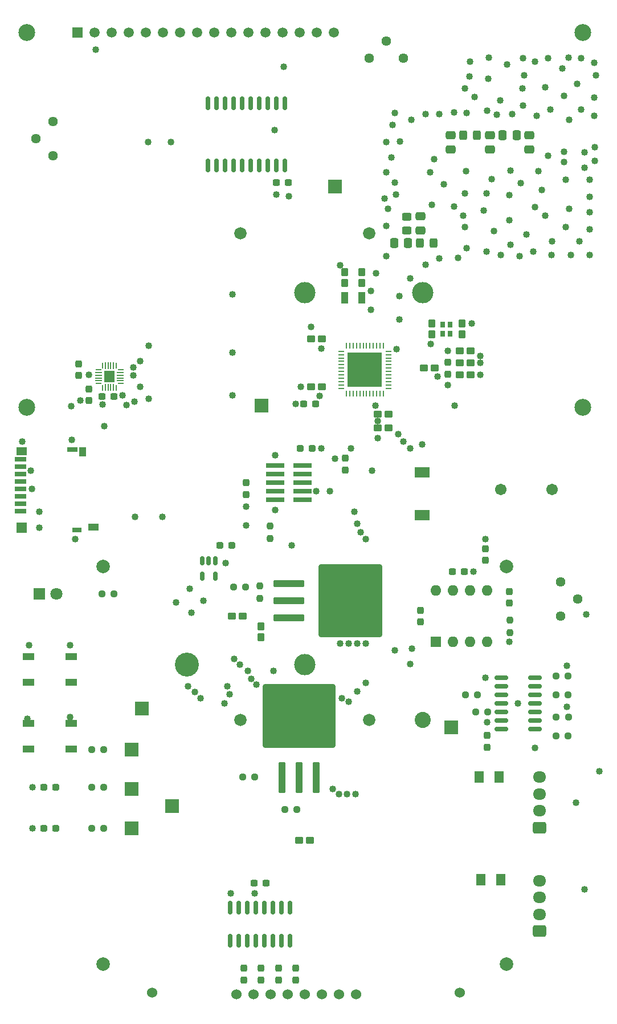
<source format=gbr>
%TF.GenerationSoftware,KiCad,Pcbnew,8.0.1*%
%TF.CreationDate,2024-04-14T16:22:20-07:00*%
%TF.ProjectId,ee110_alpha_board,65653131-305f-4616-9c70-68615f626f61,0.1*%
%TF.SameCoordinates,Original*%
%TF.FileFunction,Soldermask,Top*%
%TF.FilePolarity,Negative*%
%FSLAX46Y46*%
G04 Gerber Fmt 4.6, Leading zero omitted, Abs format (unit mm)*
G04 Created by KiCad (PCBNEW 8.0.1) date 2024-04-14 16:22:20*
%MOMM*%
%LPD*%
G01*
G04 APERTURE LIST*
G04 Aperture macros list*
%AMRoundRect*
0 Rectangle with rounded corners*
0 $1 Rounding radius*
0 $2 $3 $4 $5 $6 $7 $8 $9 X,Y pos of 4 corners*
0 Add a 4 corners polygon primitive as box body*
4,1,4,$2,$3,$4,$5,$6,$7,$8,$9,$2,$3,0*
0 Add four circle primitives for the rounded corners*
1,1,$1+$1,$2,$3*
1,1,$1+$1,$4,$5*
1,1,$1+$1,$6,$7*
1,1,$1+$1,$8,$9*
0 Add four rect primitives between the rounded corners*
20,1,$1+$1,$2,$3,$4,$5,0*
20,1,$1+$1,$4,$5,$6,$7,0*
20,1,$1+$1,$6,$7,$8,$9,0*
20,1,$1+$1,$8,$9,$2,$3,0*%
G04 Aperture macros list end*
%ADD10RoundRect,0.150000X0.825000X0.150000X-0.825000X0.150000X-0.825000X-0.150000X0.825000X-0.150000X0*%
%ADD11RoundRect,0.250000X-0.475000X0.337500X-0.475000X-0.337500X0.475000X-0.337500X0.475000X0.337500X0*%
%ADD12RoundRect,0.237500X-0.250000X-0.237500X0.250000X-0.237500X0.250000X0.237500X-0.250000X0.237500X0*%
%ADD13RoundRect,0.250001X0.462499X0.624999X-0.462499X0.624999X-0.462499X-0.624999X0.462499X-0.624999X0*%
%ADD14RoundRect,0.250000X0.375000X0.275000X-0.375000X0.275000X-0.375000X-0.275000X0.375000X-0.275000X0*%
%ADD15RoundRect,0.237500X-0.237500X0.300000X-0.237500X-0.300000X0.237500X-0.300000X0.237500X0.300000X0*%
%ADD16RoundRect,0.250000X-0.275000X0.375000X-0.275000X-0.375000X0.275000X-0.375000X0.275000X0.375000X0*%
%ADD17R,2.000000X2.000000*%
%ADD18RoundRect,0.237500X-0.300000X-0.237500X0.300000X-0.237500X0.300000X0.237500X-0.300000X0.237500X0*%
%ADD19RoundRect,0.050000X-0.050000X0.400000X-0.050000X-0.400000X0.050000X-0.400000X0.050000X0.400000X0*%
%ADD20RoundRect,0.050000X-0.050000X0.437500X-0.050000X-0.437500X0.050000X-0.437500X0.050000X0.437500X0*%
%ADD21RoundRect,0.050000X-0.400000X-0.050000X0.400000X-0.050000X0.400000X0.050000X-0.400000X0.050000X0*%
%ADD22RoundRect,0.050000X-0.437500X0.050000X-0.437500X-0.050000X0.437500X-0.050000X0.437500X0.050000X0*%
%ADD23R,1.600000X1.750000*%
%ADD24RoundRect,0.150000X-0.150000X0.850000X-0.150000X-0.850000X0.150000X-0.850000X0.150000X0.850000X0*%
%ADD25RoundRect,0.250000X0.275000X-0.375000X0.275000X0.375000X-0.275000X0.375000X-0.275000X-0.375000X0*%
%ADD26RoundRect,0.237500X-0.237500X0.287500X-0.237500X-0.287500X0.237500X-0.287500X0.237500X0.287500X0*%
%ADD27C,1.712000*%
%ADD28R,1.800000X1.800000*%
%ADD29C,1.800000*%
%ADD30RoundRect,0.250000X-0.375000X-0.275000X0.375000X-0.275000X0.375000X0.275000X-0.375000X0.275000X0*%
%ADD31C,1.524000*%
%ADD32C,2.000000*%
%ADD33RoundRect,0.250000X-0.337500X-0.475000X0.337500X-0.475000X0.337500X0.475000X-0.337500X0.475000X0*%
%ADD34C,1.440000*%
%ADD35R,2.794000X0.762000*%
%ADD36R,0.800000X0.900000*%
%ADD37RoundRect,0.250000X0.450000X-0.325000X0.450000X0.325000X-0.450000X0.325000X-0.450000X-0.325000X0*%
%ADD38RoundRect,0.237500X0.237500X-0.287500X0.237500X0.287500X-0.237500X0.287500X-0.237500X-0.287500X0*%
%ADD39RoundRect,0.250000X0.725000X-0.600000X0.725000X0.600000X-0.725000X0.600000X-0.725000X-0.600000X0*%
%ADD40O,1.950000X1.700000*%
%ADD41RoundRect,0.250000X-0.325000X-0.450000X0.325000X-0.450000X0.325000X0.450000X-0.325000X0.450000X0*%
%ADD42RoundRect,0.250000X-2.050000X-0.300000X2.050000X-0.300000X2.050000X0.300000X-2.050000X0.300000X0*%
%ADD43RoundRect,0.250002X-4.449998X-5.149998X4.449998X-5.149998X4.449998X5.149998X-4.449998X5.149998X0*%
%ADD44R,1.700000X1.000000*%
%ADD45RoundRect,0.237500X0.237500X-0.300000X0.237500X0.300000X-0.237500X0.300000X-0.237500X-0.300000X0*%
%ADD46R,1.600000X1.600000*%
%ADD47O,1.600000X1.600000*%
%ADD48RoundRect,0.250000X0.325000X0.450000X-0.325000X0.450000X-0.325000X-0.450000X0.325000X-0.450000X0*%
%ADD49RoundRect,0.237500X0.250000X0.237500X-0.250000X0.237500X-0.250000X-0.237500X0.250000X-0.237500X0*%
%ADD50RoundRect,0.237500X0.237500X-0.250000X0.237500X0.250000X-0.237500X0.250000X-0.237500X-0.250000X0*%
%ADD51C,2.500000*%
%ADD52R,1.500000X1.500000*%
%ADD53C,1.500000*%
%ADD54RoundRect,0.237500X-0.287500X-0.237500X0.287500X-0.237500X0.287500X0.237500X-0.287500X0.237500X0*%
%ADD55R,0.240000X0.899998*%
%ADD56R,0.899998X0.240000*%
%ADD57R,5.150000X5.150000*%
%ADD58R,1.000000X1.800000*%
%ADD59RoundRect,0.237500X0.300000X0.237500X-0.300000X0.237500X-0.300000X-0.237500X0.300000X-0.237500X0*%
%ADD60RoundRect,0.150000X-0.150000X0.825000X-0.150000X-0.825000X0.150000X-0.825000X0.150000X0.825000X0*%
%ADD61RoundRect,0.237500X-0.237500X0.250000X-0.237500X-0.250000X0.237500X-0.250000X0.237500X0.250000X0*%
%ADD62RoundRect,0.250000X0.337500X0.475000X-0.337500X0.475000X-0.337500X-0.475000X0.337500X-0.475000X0*%
%ADD63RoundRect,0.237500X0.287500X0.237500X-0.287500X0.237500X-0.287500X-0.237500X0.287500X-0.237500X0*%
%ADD64R,1.750000X0.700000*%
%ADD65R,1.000000X1.450000*%
%ADD66R,1.550000X1.000000*%
%ADD67R,1.500000X0.800000*%
%ADD68R,1.500000X1.300000*%
%ADD69R,1.400000X0.800000*%
%ADD70RoundRect,0.250000X0.300000X-2.050000X0.300000X2.050000X-0.300000X2.050000X-0.300000X-2.050000X0*%
%ADD71RoundRect,0.250002X5.149998X-4.449998X5.149998X4.449998X-5.149998X4.449998X-5.149998X-4.449998X0*%
%ADD72RoundRect,0.250000X0.475000X-0.337500X0.475000X0.337500X-0.475000X0.337500X-0.475000X-0.337500X0*%
%ADD73R,2.200000X1.500000*%
%ADD74RoundRect,0.150000X-0.150000X0.512500X-0.150000X-0.512500X0.150000X-0.512500X0.150000X0.512500X0*%
%ADD75C,3.175000*%
%ADD76C,3.556000*%
%ADD77C,2.387600*%
%ADD78C,1.828800*%
%ADD79C,1.016000*%
%ADD80C,1.397000*%
G04 APERTURE END LIST*
D10*
%TO.C,U8*%
X120585000Y-139700000D03*
X120585000Y-138430000D03*
X120585000Y-137160000D03*
X120585000Y-135890000D03*
X120585000Y-134620000D03*
X120585000Y-133350000D03*
X120585000Y-132080000D03*
X115635000Y-132080000D03*
X115635000Y-133350000D03*
X115635000Y-134620000D03*
X115635000Y-135890000D03*
X115635000Y-137160000D03*
X115635000Y-138430000D03*
X115635000Y-139700000D03*
%TD*%
D11*
%TO.C,C17*%
X108077000Y-51540500D03*
X108077000Y-53615500D03*
%TD*%
D12*
%TO.C,R10*%
X110262000Y-134632500D03*
X112087000Y-134632500D03*
%TD*%
%TO.C,R15*%
X123787000Y-137934500D03*
X125612000Y-137934500D03*
%TD*%
D13*
%TO.C,D10*%
X115279500Y-146812000D03*
X112304500Y-146812000D03*
%TD*%
D14*
%TO.C,C1*%
X87160000Y-156210000D03*
X85560000Y-156210000D03*
%TD*%
D15*
%TO.C,C28*%
X52832000Y-85497500D03*
X52832000Y-87222500D03*
%TD*%
D16*
%TO.C,C12*%
X105262500Y-79486500D03*
X105262500Y-81086500D03*
%TD*%
D17*
%TO.C,*%
X90932000Y-59182000D03*
%TD*%
D18*
%TO.C,C23*%
X108357500Y-116345000D03*
X110082500Y-116345000D03*
%TD*%
D19*
%TO.C,U9*%
X58380000Y-85726000D03*
D20*
X57980000Y-85763500D03*
X57580000Y-85763500D03*
X57180000Y-85763500D03*
X56780000Y-85763500D03*
D19*
X56380000Y-85726000D03*
D21*
X55730000Y-86376000D03*
D22*
X55767500Y-86776000D03*
X55767500Y-87176000D03*
X55767500Y-87576000D03*
X55767500Y-87976000D03*
D21*
X55730000Y-88376000D03*
D19*
X56380000Y-89026000D03*
D20*
X56780000Y-88988500D03*
X57180000Y-88988500D03*
X57580000Y-88988500D03*
X57980000Y-88988500D03*
D19*
X58380000Y-89026000D03*
D21*
X59030000Y-88376000D03*
D22*
X58992500Y-87976000D03*
X58992500Y-87576000D03*
X58992500Y-87176000D03*
X58992500Y-86776000D03*
D21*
X59030000Y-86376000D03*
D23*
X57380000Y-87376000D03*
%TD*%
D24*
%TO.C,U6*%
X83439000Y-46810000D03*
X82169000Y-46810000D03*
X80899000Y-46810000D03*
X79629000Y-46810000D03*
X78359000Y-46810000D03*
X77089000Y-46810000D03*
X75819000Y-46810000D03*
X74549000Y-46810000D03*
X73279000Y-46810000D03*
X72009000Y-46810000D03*
X72009000Y-56060000D03*
X73279000Y-56060000D03*
X74549000Y-56060000D03*
X75819000Y-56060000D03*
X77089000Y-56060000D03*
X78359000Y-56060000D03*
X79629000Y-56060000D03*
X80899000Y-56060000D03*
X82169000Y-56060000D03*
X83439000Y-56060000D03*
%TD*%
D14*
%TO.C,C3*%
X77209000Y-122936000D03*
X75609000Y-122936000D03*
%TD*%
D11*
%TO.C,C18*%
X113919000Y-51540500D03*
X113919000Y-53615500D03*
%TD*%
D25*
%TO.C,C21*%
X92329000Y-73444000D03*
X92329000Y-71844000D03*
%TD*%
D26*
%TO.C,D7*%
X77320000Y-175172500D03*
X77320000Y-176922500D03*
%TD*%
D11*
%TO.C,C19*%
X119761000Y-51540500D03*
X119761000Y-53615500D03*
%TD*%
D27*
%TO.C,LS1*%
X123180000Y-104140000D03*
X115580000Y-104140000D03*
%TD*%
D18*
%TO.C,C30*%
X82195500Y-58547000D03*
X83920500Y-58547000D03*
%TD*%
%TO.C,C27*%
X56287500Y-90297000D03*
X58012500Y-90297000D03*
%TD*%
D28*
%TO.C,D1*%
X46990000Y-119634000D03*
D29*
X49530000Y-119634000D03*
%TD*%
D30*
%TO.C,C9*%
X109436000Y-85344000D03*
X111036000Y-85344000D03*
%TD*%
D31*
%TO.C,J3*%
X94040000Y-179070000D03*
X91500000Y-179070000D03*
X88960000Y-179070000D03*
X86420000Y-179070000D03*
X83880000Y-179070000D03*
X81340000Y-179070000D03*
X78800000Y-179070000D03*
X76260000Y-179070000D03*
D32*
X116420000Y-174570000D03*
X116420000Y-115570000D03*
X56420000Y-174570000D03*
X56420000Y-115570000D03*
%TD*%
D33*
%TO.C,C15*%
X115802500Y-51562000D03*
X117877500Y-51562000D03*
%TD*%
D34*
%TO.C,RV2*%
X101092000Y-40132000D03*
X98552000Y-37592000D03*
X96012000Y-40132000D03*
%TD*%
D14*
%TO.C,C4*%
X88938000Y-81788000D03*
X87338000Y-81788000D03*
%TD*%
D35*
%TO.C,J2*%
X86106000Y-105664000D03*
X82042000Y-105664000D03*
X86106000Y-104394000D03*
X82042000Y-104394000D03*
X86106000Y-103124000D03*
X82042000Y-103124000D03*
X86106000Y-101854000D03*
X82042000Y-101854000D03*
X86106000Y-100584000D03*
X82042000Y-100584000D03*
%TD*%
D36*
%TO.C,X1*%
X108034000Y-81026000D03*
X108034000Y-79626000D03*
X106934000Y-79626000D03*
X106934000Y-81026000D03*
%TD*%
D17*
%TO.C,*%
X80010000Y-91694000D03*
%TD*%
D12*
%TO.C,R8*%
X54713500Y-154432000D03*
X56538500Y-154432000D03*
%TD*%
D37*
%TO.C,L5*%
X101600000Y-65668000D03*
X101600000Y-63618000D03*
%TD*%
D17*
%TO.C,*%
X108204000Y-139446000D03*
%TD*%
D38*
%TO.C,L2*%
X107696000Y-86981000D03*
X107696000Y-85231000D03*
%TD*%
D34*
%TO.C,RV3*%
X124460000Y-122936000D03*
X127000000Y-120396000D03*
X124460000Y-117856000D03*
%TD*%
D39*
%TO.C,J6*%
X121340000Y-169672000D03*
D40*
X121340000Y-167172000D03*
X121340000Y-164672000D03*
X121340000Y-162172000D03*
%TD*%
D41*
%TO.C,L4*%
X109973000Y-51562000D03*
X112023000Y-51562000D03*
%TD*%
D34*
%TO.C,RV1*%
X49022000Y-49530000D03*
X46482000Y-52070000D03*
X49022000Y-54610000D03*
%TD*%
D42*
%TO.C,U2*%
X84068000Y-118110000D03*
X84068000Y-120650000D03*
D43*
X93218000Y-120650000D03*
D42*
X84068000Y-123190000D03*
%TD*%
D44*
%TO.C,SW2*%
X45364000Y-138816000D03*
X51664000Y-138816000D03*
X45364000Y-142616000D03*
X51664000Y-142616000D03*
%TD*%
D45*
%TO.C,C24*%
X113284000Y-114654500D03*
X113284000Y-112929500D03*
%TD*%
D30*
%TO.C,C11*%
X109436000Y-83566000D03*
X111036000Y-83566000D03*
%TD*%
D16*
%TO.C,C2*%
X79938000Y-124422000D03*
X79938000Y-126022000D03*
%TD*%
D46*
%TO.C,U7*%
X105928000Y-126736000D03*
D47*
X108468000Y-126736000D03*
X111008000Y-126736000D03*
X113548000Y-126736000D03*
X113548000Y-119116000D03*
X111008000Y-119116000D03*
X108468000Y-119116000D03*
X105928000Y-119116000D03*
%TD*%
D26*
%TO.C,D6*%
X79910000Y-175172500D03*
X79910000Y-176922500D03*
%TD*%
D48*
%TO.C,L3*%
X105546000Y-67564000D03*
X103496000Y-67564000D03*
%TD*%
D49*
%TO.C,R12*%
X125549000Y-134632500D03*
X123724000Y-134632500D03*
%TD*%
D15*
%TO.C,C32*%
X113538000Y-140642000D03*
X113538000Y-142367000D03*
%TD*%
D26*
%TO.C,D4*%
X85090000Y-175172500D03*
X85090000Y-176922500D03*
%TD*%
D17*
%TO.C,TP1*%
X60706000Y-142748000D03*
%TD*%
%TO.C,TP2*%
X60706000Y-148590000D03*
%TD*%
D39*
%TO.C,J5*%
X121340000Y-154305000D03*
D40*
X121340000Y-151805000D03*
X121340000Y-149305000D03*
X121340000Y-146805000D03*
%TD*%
D17*
%TO.C,TP3*%
X60706000Y-154432000D03*
%TD*%
D50*
%TO.C,R3*%
X79756000Y-120292500D03*
X79756000Y-118467500D03*
%TD*%
D44*
%TO.C,SW1*%
X45364000Y-128910000D03*
X51664000Y-128910000D03*
X45364000Y-132710000D03*
X51664000Y-132710000D03*
%TD*%
D38*
%TO.C,D2*%
X92456000Y-101205000D03*
X92456000Y-99455000D03*
%TD*%
D49*
%TO.C,R2*%
X85240500Y-151638000D03*
X83415500Y-151638000D03*
%TD*%
D51*
%TO.C,DS1*%
X45120000Y-36335000D03*
X45120000Y-91935000D03*
X127720000Y-36335000D03*
X127720000Y-91935000D03*
D52*
X52620000Y-36335000D03*
D53*
X55160000Y-36335000D03*
X57700000Y-36335000D03*
X60240000Y-36335000D03*
X62780000Y-36335000D03*
X65320000Y-36335000D03*
X67860000Y-36335000D03*
X70400000Y-36335000D03*
X72940000Y-36335000D03*
X75480000Y-36335000D03*
X78020000Y-36335000D03*
X80560000Y-36335000D03*
X83100000Y-36335000D03*
X85640000Y-36335000D03*
X88180000Y-36335000D03*
X90720000Y-36335000D03*
%TD*%
D26*
%TO.C,D5*%
X82500000Y-175172500D03*
X82500000Y-176922500D03*
%TD*%
D15*
%TO.C,C29*%
X54356000Y-89180500D03*
X54356000Y-90905500D03*
%TD*%
D14*
%TO.C,C8*%
X98844000Y-94996000D03*
X97244000Y-94996000D03*
%TD*%
D25*
%TO.C,C16*%
X94869000Y-73444000D03*
X94869000Y-71844000D03*
%TD*%
D13*
%TO.C,D11*%
X115533500Y-162052000D03*
X112558500Y-162052000D03*
%TD*%
D17*
%TO.C,TP5*%
X66675000Y-151130000D03*
%TD*%
D12*
%TO.C,R13*%
X123724000Y-131838500D03*
X125549000Y-131838500D03*
%TD*%
D26*
%TO.C,D13*%
X77724000Y-103138000D03*
X77724000Y-104888000D03*
%TD*%
D15*
%TO.C,C25*%
X116840000Y-119279500D03*
X116840000Y-121004500D03*
%TD*%
D54*
%TO.C,D12*%
X73801000Y-112395000D03*
X75551000Y-112395000D03*
%TD*%
D17*
%TO.C,TP4*%
X62230000Y-136652000D03*
%TD*%
D55*
%TO.C,U4*%
X98098001Y-82809999D03*
X97598002Y-82809999D03*
X97098003Y-82809999D03*
X96598001Y-82809999D03*
X96098002Y-82809999D03*
X95598001Y-82809999D03*
X95098001Y-82809999D03*
X94598003Y-82809999D03*
X94098001Y-82809999D03*
X93598002Y-82809999D03*
X93098000Y-82809999D03*
X92598001Y-82809999D03*
D56*
X91798000Y-83610000D03*
X91798000Y-84109999D03*
X91798000Y-84609998D03*
X91798000Y-85110000D03*
X91798000Y-85609999D03*
X91798000Y-86110000D03*
X91798000Y-86610000D03*
X91798000Y-87109998D03*
X91798000Y-87610000D03*
X91798000Y-88109999D03*
X91798000Y-88610001D03*
X91798000Y-89110000D03*
D55*
X92598001Y-89910001D03*
X93098000Y-89910001D03*
X93598002Y-89910001D03*
X94098001Y-89910001D03*
X94598003Y-89910001D03*
X95098001Y-89910001D03*
X95598001Y-89910001D03*
X96098002Y-89910001D03*
X96598001Y-89910001D03*
X97098003Y-89910001D03*
X97598002Y-89910001D03*
X98098001Y-89910001D03*
D56*
X98898002Y-89110000D03*
X98898002Y-88610001D03*
X98898002Y-88109999D03*
X98898002Y-87610000D03*
X98898002Y-87109998D03*
X98898002Y-86610000D03*
X98898002Y-86110000D03*
X98898002Y-85609999D03*
X98898002Y-85110000D03*
X98898002Y-84609998D03*
X98898002Y-84109999D03*
X98898002Y-83610000D03*
D57*
X95348001Y-86360000D03*
%TD*%
D49*
%TO.C,R6*%
X77620500Y-118618000D03*
X75795500Y-118618000D03*
%TD*%
%TO.C,R4*%
X58062500Y-119634000D03*
X56237500Y-119634000D03*
%TD*%
D58*
%TO.C,X2*%
X92349000Y-75692000D03*
X94849000Y-75692000D03*
%TD*%
D14*
%TO.C,C5*%
X88938000Y-88900000D03*
X87338000Y-88900000D03*
%TD*%
D59*
%TO.C,C22*%
X87984500Y-91440000D03*
X86259500Y-91440000D03*
%TD*%
D60*
%TO.C,U5*%
X84201000Y-166181000D03*
X82931000Y-166181000D03*
X81661000Y-166181000D03*
X80391000Y-166181000D03*
X79121000Y-166181000D03*
X77851000Y-166181000D03*
X76581000Y-166181000D03*
X75311000Y-166181000D03*
X75311000Y-171131000D03*
X76581000Y-171131000D03*
X77851000Y-171131000D03*
X79121000Y-171131000D03*
X80391000Y-171131000D03*
X81661000Y-171131000D03*
X82931000Y-171131000D03*
X84201000Y-171131000D03*
%TD*%
D54*
%TO.C,D8*%
X47639000Y-148336000D03*
X49389000Y-148336000D03*
%TD*%
%TO.C,D9*%
X47639000Y-154432000D03*
X49389000Y-154432000D03*
%TD*%
D12*
%TO.C,R1*%
X54713500Y-142748000D03*
X56538500Y-142748000D03*
%TD*%
D45*
%TO.C,C26*%
X103632000Y-123798500D03*
X103632000Y-122073500D03*
%TD*%
D12*
%TO.C,R11*%
X111786000Y-137172500D03*
X113611000Y-137172500D03*
%TD*%
%TO.C,R7*%
X54713500Y-148336000D03*
X56538500Y-148336000D03*
%TD*%
D61*
%TO.C,R9*%
X116890000Y-123547500D03*
X116890000Y-125372500D03*
%TD*%
D62*
%TO.C,C20*%
X101748500Y-67564000D03*
X99673500Y-67564000D03*
%TD*%
D25*
%TO.C,C14*%
X109812000Y-81064000D03*
X109812000Y-79464000D03*
%TD*%
D14*
%TO.C,C7*%
X98844000Y-92964000D03*
X97244000Y-92964000D03*
%TD*%
D30*
%TO.C,C10*%
X109458500Y-87122000D03*
X111058500Y-87122000D03*
%TD*%
D59*
%TO.C,C31*%
X80618500Y-162560000D03*
X78893500Y-162560000D03*
%TD*%
D30*
%TO.C,C6*%
X104102000Y-86106000D03*
X105702000Y-86106000D03*
%TD*%
D63*
%TO.C,D3*%
X87489000Y-98044000D03*
X85739000Y-98044000D03*
%TD*%
D64*
%TO.C,J4*%
X44180000Y-107315000D03*
X44180000Y-106215000D03*
X44180000Y-105115000D03*
X44180000Y-104015000D03*
X44180000Y-102915000D03*
X44180000Y-101815000D03*
X44180000Y-100715000D03*
X44180000Y-99615000D03*
D65*
X53405000Y-98490000D03*
D66*
X54980000Y-109715000D03*
D67*
X51905000Y-98165000D03*
D68*
X44305000Y-98415000D03*
D52*
X44305000Y-109765000D03*
D69*
X52555000Y-110115000D03*
%TD*%
D70*
%TO.C,U1*%
X83058000Y-146842000D03*
X85598000Y-146842000D03*
D71*
X85598000Y-137692000D03*
D70*
X88138000Y-146842000D03*
%TD*%
D49*
%TO.C,R5*%
X78994000Y-146811000D03*
X77169000Y-146811000D03*
%TD*%
D61*
%TO.C,R16*%
X81280000Y-109554000D03*
X81280000Y-111379000D03*
%TD*%
D72*
%TO.C,C13*%
X103632000Y-65680500D03*
X103632000Y-63605500D03*
%TD*%
D31*
%TO.C,J1*%
X109474000Y-178816000D03*
X63754000Y-178816000D03*
%TD*%
D49*
%TO.C,R14*%
X125549000Y-140728500D03*
X123724000Y-140728500D03*
%TD*%
D73*
%TO.C,L1*%
X103886000Y-107950000D03*
X103886000Y-101550000D03*
%TD*%
D74*
%TO.C,U3*%
X73086000Y-114686500D03*
X72136000Y-114686500D03*
X71186000Y-114686500D03*
X71186000Y-116961500D03*
X73086000Y-116961500D03*
%TD*%
D75*
%TO.C,B1*%
X103933300Y-74879200D03*
X86407300Y-74879200D03*
X86407300Y-130124200D03*
D76*
X68932100Y-130124200D03*
D77*
X103933300Y-138328400D03*
D78*
X76856900Y-66065400D03*
X76856900Y-138328400D03*
X95983100Y-66065400D03*
X95983100Y-138328400D03*
%TD*%
D79*
X122174000Y-63500000D03*
X82042000Y-99060000D03*
X107061000Y-58801000D03*
X99822000Y-58547000D03*
X117221000Y-48387000D03*
X53086000Y-90932000D03*
X110998000Y-40640000D03*
X52324000Y-111506000D03*
X125222000Y-65151000D03*
X129413000Y-40767000D03*
X125398500Y-130314500D03*
X105156000Y-82550000D03*
X114173000Y-58039000D03*
X110236000Y-60198000D03*
X97028000Y-84582000D03*
X123190000Y-67310000D03*
X98298000Y-60960000D03*
X114935000Y-48514000D03*
X112522000Y-85344000D03*
X115570000Y-69342000D03*
X120650000Y-40640000D03*
X45212000Y-138176000D03*
X116967000Y-67818000D03*
X118872000Y-40132000D03*
X127254000Y-67310000D03*
X85852000Y-88900000D03*
X45974000Y-154432000D03*
X113792000Y-40005000D03*
X91694000Y-70866000D03*
X128778000Y-65532000D03*
X108585000Y-62103000D03*
X98552000Y-69469000D03*
X124714000Y-41656000D03*
X110236000Y-65151000D03*
X104394000Y-48387000D03*
X105029000Y-57023000D03*
X118364000Y-69469000D03*
X128778000Y-58166000D03*
X110490000Y-68326000D03*
X108585000Y-48133000D03*
X82169000Y-60325000D03*
X97282000Y-93980000D03*
X109982000Y-63500000D03*
X119380000Y-66294000D03*
X128778000Y-62992000D03*
X78994000Y-164084000D03*
X96266000Y-77470000D03*
X129413000Y-45974000D03*
X110363000Y-56896000D03*
X102235000Y-49276000D03*
D80*
X96266000Y-87630000D03*
D79*
X122174000Y-44450000D03*
X112522000Y-84328000D03*
X110871000Y-42799000D03*
X106426000Y-48387000D03*
X125603000Y-40005000D03*
X116840000Y-64135000D03*
X122555000Y-54610000D03*
X44450000Y-97028000D03*
X118745000Y-44577000D03*
X116840000Y-126746000D03*
X99441000Y-50038000D03*
X87376000Y-80010000D03*
X51562000Y-127254000D03*
X100457000Y-75438000D03*
X118999000Y-42672000D03*
X124968000Y-55499000D03*
X121158000Y-56896000D03*
X109220000Y-69723000D03*
X128016000Y-54102000D03*
X122936000Y-47752000D03*
X125984000Y-69342000D03*
X102108000Y-72771000D03*
X128016000Y-56388000D03*
X74676000Y-115062000D03*
X106426000Y-69850000D03*
X106172000Y-87376000D03*
X124968000Y-45720000D03*
X127508000Y-40132000D03*
X118872000Y-47117000D03*
X113411000Y-68834000D03*
X85090000Y-91440000D03*
X116459000Y-41021000D03*
X45974000Y-148336000D03*
X113538000Y-47879000D03*
X111252000Y-79502000D03*
X105283000Y-61849000D03*
X100457000Y-78867000D03*
X81788000Y-131064000D03*
X124968000Y-53975000D03*
X99822000Y-48260000D03*
X125398500Y-136410500D03*
X120396000Y-68834000D03*
X113411000Y-60198000D03*
X98552000Y-52578000D03*
X110236000Y-44577000D03*
X120904000Y-48641000D03*
X111633000Y-45847000D03*
X129540000Y-55372000D03*
X125222000Y-58166000D03*
X82042000Y-107188000D03*
X98552000Y-57023000D03*
X128778000Y-69342000D03*
X99949000Y-60325000D03*
X126873000Y-43942000D03*
X45466000Y-127254000D03*
X129667000Y-42672000D03*
X98552000Y-65024000D03*
X46990000Y-109765000D03*
X98806000Y-62484000D03*
X125730000Y-62484000D03*
X129540000Y-53340000D03*
X116840000Y-60452000D03*
X113665000Y-43180000D03*
X121666000Y-59690000D03*
X111506000Y-116332000D03*
X51816000Y-96774000D03*
X104394000Y-70739000D03*
X100584000Y-52451000D03*
X127508000Y-47752000D03*
X110490000Y-48260000D03*
X116967000Y-56769000D03*
X123063000Y-69342000D03*
X113030000Y-62738000D03*
X59309000Y-90170000D03*
X118491000Y-58674000D03*
X81915000Y-50800000D03*
X122555000Y-40132000D03*
X128778000Y-60706000D03*
X99314000Y-54864000D03*
D80*
X94234000Y-85344000D03*
D79*
X75438000Y-164084000D03*
X45720000Y-101346000D03*
X113538000Y-138684000D03*
X51562000Y-137922000D03*
X129413000Y-48641000D03*
X105664000Y-55118000D03*
X120650000Y-62230000D03*
X97028000Y-72009000D03*
X112522000Y-87122000D03*
X115443000Y-46355000D03*
X125730000Y-49276000D03*
X96266000Y-74676000D03*
X114554000Y-65786000D03*
X103886000Y-97409000D03*
X88842243Y-83185000D03*
X97282000Y-96520000D03*
X108712000Y-91694000D03*
X88624365Y-90206122D03*
X100076000Y-83309899D03*
X107696000Y-83566000D03*
X69575960Y-122448040D03*
X56578500Y-94678500D03*
X56388000Y-91540500D03*
X102108000Y-130048000D03*
X113284000Y-132080000D03*
X75692000Y-83820000D03*
X84074000Y-60579000D03*
X71374000Y-120650000D03*
X46990000Y-107442000D03*
X51689000Y-91751200D03*
X65278000Y-108204000D03*
X118110000Y-135890000D03*
X99822000Y-128016000D03*
X61214000Y-108204000D03*
X45882585Y-104048585D03*
X75692000Y-75184000D03*
X75692000Y-90170000D03*
X102362000Y-127762000D03*
X63246000Y-90678000D03*
X66548000Y-52578000D03*
X63119000Y-52578000D03*
X63246000Y-82804000D03*
X126746000Y-150622000D03*
X83312000Y-41402000D03*
X90932000Y-99568000D03*
X76772185Y-130112185D03*
X75946000Y-129286000D03*
X93297901Y-98044000D03*
X88900000Y-98044000D03*
X90593915Y-148590000D03*
X91694000Y-127000000D03*
X91909245Y-135108777D03*
X93797903Y-107442000D03*
X92955960Y-135627960D03*
X91462114Y-149371917D03*
X92964000Y-127000000D03*
X94234000Y-109220000D03*
X94234000Y-134112000D03*
X94234000Y-127000000D03*
X94705133Y-110445585D03*
X92710000Y-149352000D03*
X95504000Y-132842000D03*
X95504000Y-127000000D03*
X93980000Y-149352000D03*
X95504000Y-111506000D03*
X130175000Y-145923000D03*
X128016000Y-163449000D03*
X128270000Y-122682000D03*
X120650000Y-142494000D03*
X90182855Y-104406855D03*
X88125145Y-104381145D03*
X96901000Y-91694000D03*
X107696000Y-88646000D03*
X69342000Y-118872000D03*
X67310000Y-120904000D03*
X61976000Y-85090000D03*
X61976000Y-88900000D03*
X61081114Y-91100714D03*
X60960000Y-87207803D03*
X54356000Y-87122000D03*
X59944000Y-91567000D03*
X60960000Y-86039400D03*
X113284000Y-111506000D03*
X55372000Y-38862000D03*
X77978000Y-131064000D03*
X69088000Y-133300250D03*
X96398101Y-101346000D03*
X74930000Y-133350000D03*
X101092000Y-97028000D03*
X70104000Y-134189250D03*
X78421815Y-132269815D03*
X75259900Y-134531276D03*
X79248000Y-133096000D03*
X74460100Y-135890000D03*
X102108000Y-98044000D03*
X70884000Y-135110000D03*
X100291900Y-95885000D03*
X77724000Y-109474000D03*
X84455000Y-112395000D03*
X77724000Y-106680000D03*
M02*

</source>
